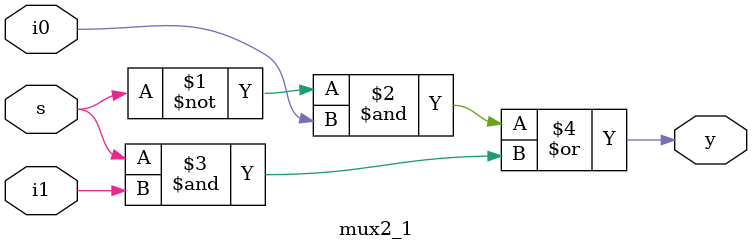
<source format=v>
module mux2_1(y,i0,i1,s);
  input i0,i1,s;
  output y;
  assign y=((~s)&i0)|(s&i1);
endmodule
</source>
